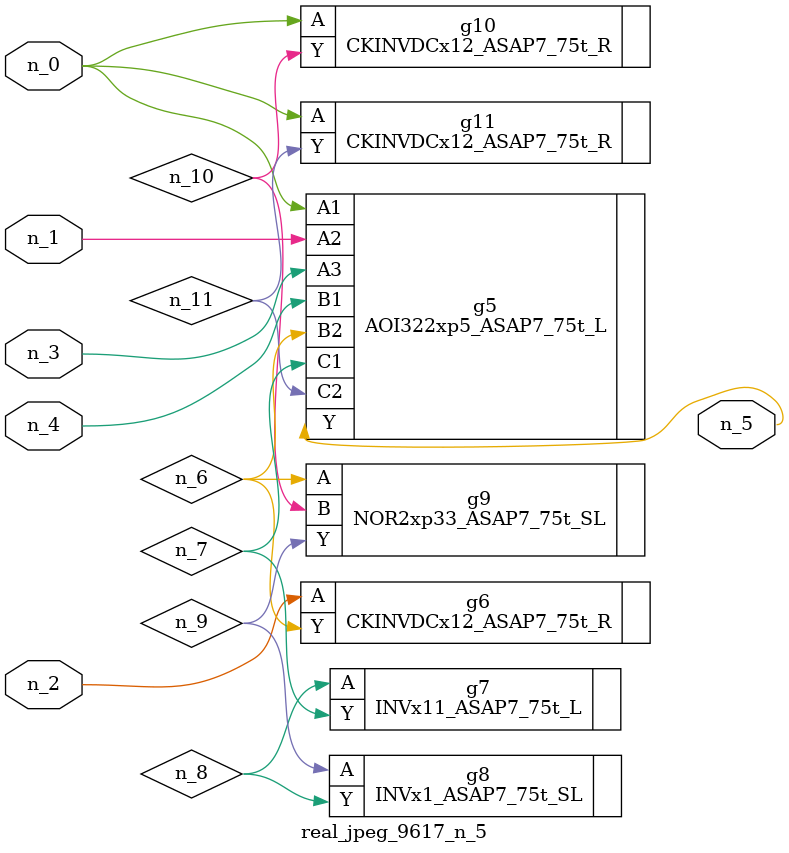
<source format=v>
module real_jpeg_9617_n_5 (n_4, n_0, n_1, n_2, n_3, n_5);

input n_4;
input n_0;
input n_1;
input n_2;
input n_3;

output n_5;

wire n_8;
wire n_11;
wire n_6;
wire n_7;
wire n_10;
wire n_9;

AOI322xp5_ASAP7_75t_L g5 ( 
.A1(n_0),
.A2(n_1),
.A3(n_3),
.B1(n_4),
.B2(n_6),
.C1(n_7),
.C2(n_11),
.Y(n_5)
);

CKINVDCx12_ASAP7_75t_R g10 ( 
.A(n_0),
.Y(n_10)
);

CKINVDCx12_ASAP7_75t_R g11 ( 
.A(n_0),
.Y(n_11)
);

CKINVDCx12_ASAP7_75t_R g6 ( 
.A(n_2),
.Y(n_6)
);

NOR2xp33_ASAP7_75t_SL g9 ( 
.A(n_6),
.B(n_10),
.Y(n_9)
);

INVx11_ASAP7_75t_L g7 ( 
.A(n_8),
.Y(n_7)
);

INVx1_ASAP7_75t_SL g8 ( 
.A(n_9),
.Y(n_8)
);


endmodule
</source>
